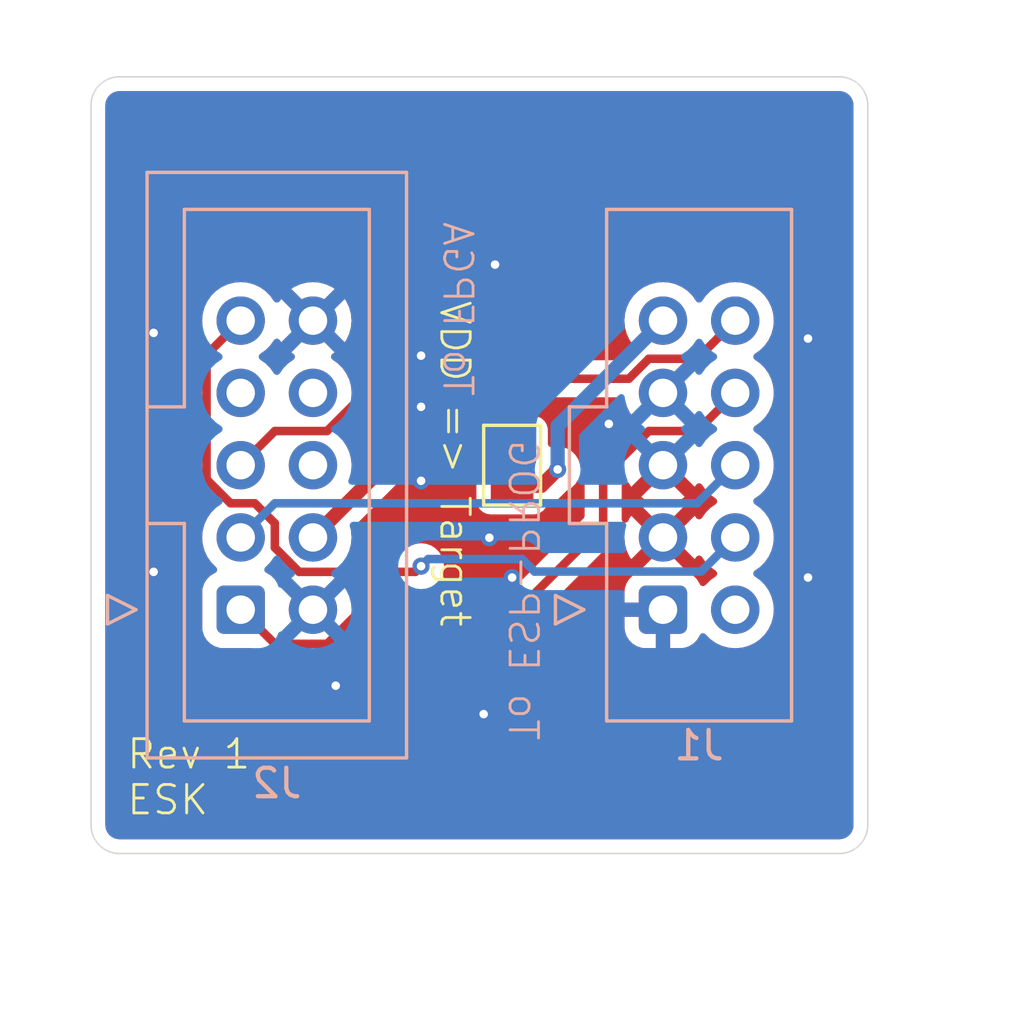
<source format=kicad_pcb>
(kicad_pcb (version 20221018) (generator pcbnew)
  (layers (0 "F.Cu" signal) (31 "B.Cu" signal) (34 "B.Paste" user) (35 "F.Paste" user) (36 "B.SilkS" user "B.Silkscreen") (37 "F.SilkS" user "F.Silkscreen") (38 "B.Mask" user) (39 "F.Mask" user) (44 "Edge.Cuts" user))
  (net 0 "")
  (net 1 "TMS")
  (net 2 "GND")
  (net 3 "TCK")
  (net 4 "TDO")
  (net 5 "TDI")
  (net 6 "VTGT")
  (net 7 "V_JTAG")
  (footprint "Jumper:SolderJumper-2_P1.3mm_Open_TrianglePad1.0x1.5mm" (layer "F.Cu") (at 159 55.85 -90)
    (fp_text reference "JP1" hide)
    (fp_text value "TGT_PWR")
    (fp_line (start -1.4 -1) (end 1.4 -1) (stroke (width 0.12)) (layer "F.SilkS"))
    (fp_line (start -1.4 1) (end -1.4 -1) (stroke (width 0.12)) (layer "F.SilkS"))
    (fp_line (start 1.4 -1) (end 1.4 1) (stroke (width 0.12)) (layer "F.SilkS"))
    (fp_line (start 1.4 1) (end -1.4 1) (stroke (width 0.12)) (layer "F.SilkS"))
    (pad "1" smd custom (at -0.725 0 270) (size 0.3 0.3) (layers "F.Cu" "F.Mask") (net 6 "VTGT") (options (clearance outline) (anchor rect)) (primitives (gr_poly (pts (xy 1 0) (xy 0.5 0.75) (xy -0.5 0.75) (xy -0.5 -0.75) (xy 0.5 -0.75)) (width 0) (fill yes))))
    (pad "2" smd custom (at 0.725 0 270) (size 0.3 0.3) (layers "F.Cu" "F.Mask") (net 7 "V_JTAG") (options (clearance outline) (anchor rect)) (primitives (gr_poly (pts (xy 0.5 0.75) (xy -0.65 0.75) (xy -0.15 0) (xy -0.65 -0.75) (xy 0.5 -0.75)) (width 0) (fill yes))))
  )
  (footprint "Connector_IDC:IDC-Header_2x05_P2.54mm_Vertical" (layer "B.Cu") (at 149.46 60.93)
    (fp_text reference "J2" (at 1.27 6.1) (layer "B.SilkS") (effects (justify mirror)))
    (fp_text value "X9555WV-2X05-6TV01")
    (fp_line (start -4.68 -0.5) (end -3.68 0) (stroke (width 0.12)) (layer "B.SilkS"))
    (fp_line (start -4.68 0.5) (end -4.68 -0.5) (stroke (width 0.12)) (layer "B.SilkS"))
    (fp_line (start -3.68 0) (end -4.68 0.5) (stroke (width 0.12)) (layer "B.SilkS"))
    (fp_line (start -3.29 -15.37) (end -3.29 5.21) (stroke (width 0.12)) (layer "B.SilkS"))
    (fp_line (start -3.29 -3.03) (end -1.98 -3.03) (stroke (width 0.12)) (layer "B.SilkS"))
    (fp_line (start -3.29 5.21) (end 5.83 5.21) (stroke (width 0.12)) (layer "B.SilkS"))
    (fp_line (start -1.98 -14.07) (end -1.98 -7.13) (stroke (width 0.12)) (layer "B.SilkS"))
    (fp_line (start -1.98 -7.13) (end -3.29 -7.13) (stroke (width 0.12)) (layer "B.SilkS"))
    (fp_line (start -1.98 -7.13) (end -1.98 -7.13) (stroke (width 0.12)) (layer "B.SilkS"))
    (fp_line (start -1.98 -3.03) (end -1.98 3.91) (stroke (width 0.12)) (layer "B.SilkS"))
    (fp_line (start -1.98 3.91) (end 4.52 3.91) (stroke (width 0.12)) (layer "B.SilkS"))
    (fp_line (start 4.52 -14.07) (end -1.98 -14.07) (stroke (width 0.12)) (layer "B.SilkS"))
    (fp_line (start 4.52 3.91) (end 4.52 -14.07) (stroke (width 0.12)) (layer "B.SilkS"))
    (fp_line (start 5.83 -15.37) (end -3.29 -15.37) (stroke (width 0.12)) (layer "B.SilkS"))
    (fp_line (start 5.83 5.21) (end 5.83 -15.37) (stroke (width 0.12)) (layer "B.SilkS"))
    (pad "1" thru_hole roundrect (at 0 0) (size 1.7 1.7) (drill 1) (layers "*.Cu" "*.Mask") (roundrect_rratio 0.1470588235) (net 3 "TCK"))
    (pad "2" thru_hole circle (at 2.54 0) (size 1.7 1.7) (drill 1) (layers "*.Cu" "*.Mask") (net 2 "GND"))
    (pad "3" thru_hole circle (at 0 -2.54) (size 1.7 1.7) (drill 1) (layers "*.Cu" "*.Mask") (net 4 "TDO"))
    (pad "4" thru_hole circle (at 2.54 -2.54) (size 1.7 1.7) (drill 1) (layers "*.Cu" "*.Mask") (net 6 "VTGT"))
    (pad "5" thru_hole circle (at 0 -5.08) (size 1.7 1.7) (drill 1) (layers "*.Cu" "*.Mask") (net 1 "TMS"))
    (pad "6" thru_hole circle (at 2.54 -5.08) (size 1.7 1.7) (drill 1) (layers "*.Cu" "*.Mask"))
    (pad "7" thru_hole circle (at 0 -7.62) (size 1.7 1.7) (drill 1) (layers "*.Cu" "*.Mask"))
    (pad "8" thru_hole circle (at 2.54 -7.62) (size 1.7 1.7) (drill 1) (layers "*.Cu" "*.Mask"))
    (pad "9" thru_hole circle (at 0 -10.16) (size 1.7 1.7) (drill 1) (layers "*.Cu" "*.Mask") (net 5 "TDI"))
    (pad "10" thru_hole circle (at 2.54 -10.16) (size 1.7 1.7) (drill 1) (layers "*.Cu" "*.Mask") (net 2 "GND"))
  )
  (footprint "Connector_IDC:IDC-Header_2x05_P2.54mm_Vertical" (layer "B.Cu") (at 164.3025 60.93)
    (fp_text reference "J1" (at 1.27 4.77) (layer "B.SilkS") (effects (justify mirror)))
    (fp_text value "SFH11-PBPC-D05-ST-BK")
    (fp_line (start -3.78 -0.5) (end -2.78 0) (stroke (width 0.12)) (layer "B.SilkS"))
    (fp_line (start -3.78 0.5) (end -3.78 -0.5) (stroke (width 0.12)) (layer "B.SilkS"))
    (fp_line (start -3.29 -3.03) (end -3.29 -7.13) (stroke (width 0.12)) (layer "B.SilkS"))
    (fp_line (start -3.29 -3.03) (end -1.98 -3.03) (stroke (width 0.12)) (layer "B.SilkS"))
    (fp_line (start -2.78 0) (end -3.78 0.5) (stroke (width 0.12)) (layer "B.SilkS"))
    (fp_line (start -1.98 -14.07) (end -1.98 -7.13) (stroke (width 0.12)) (layer "B.SilkS"))
    (fp_line (start -1.98 -7.13) (end -3.29 -7.13) (stroke (width 0.12)) (layer "B.SilkS"))
    (fp_line (start -1.98 -7.13) (end -1.98 -7.13) (stroke (width 0.12)) (layer "B.SilkS"))
    (fp_line (start -1.98 -3.03) (end -1.98 3.91) (stroke (width 0.12)) (layer "B.SilkS"))
    (fp_line (start -1.98 3.91) (end 4.52 3.91) (stroke (width 0.12)) (layer "B.SilkS"))
    (fp_line (start 4.52 -14.07) (end -1.98 -14.07) (stroke (width 0.12)) (layer "B.SilkS"))
    (fp_line (start 4.52 3.91) (end 4.52 -14.07) (stroke (width 0.12)) (layer "B.SilkS"))
    (pad "1" thru_hole roundrect locked (at 0 0) (size 1.7 1.7) (drill 1) (layers "*.Cu" "*.Mask") (roundrect_rratio 0.1470588235) (net 2 "GND"))
    (pad "2" thru_hole circle locked (at 2.54 0) (size 1.7 1.7) (drill 1) (layers "*.Cu" "*.Mask"))
    (pad "3" thru_hole circle locked (at 0 -2.54) (size 1.7 1.7) (drill 1) (layers "*.Cu" "*.Mask") (net 2 "GND"))
    (pad "4" thru_hole circle locked (at 2.54 -2.54) (size 1.7 1.7) (drill 1) (layers "*.Cu" "*.Mask") (net 5 "TDI"))
    (pad "5" thru_hole circle locked (at 0 -5.08) (size 1.7 1.7) (drill 1) (layers "*.Cu" "*.Mask") (net 2 "GND"))
    (pad "6" thru_hole circle locked (at 2.54 -5.08) (size 1.7 1.7) (drill 1) (layers "*.Cu" "*.Mask") (net 4 "TDO"))
    (pad "7" thru_hole circle locked (at 0 -7.62) (size 1.7 1.7) (drill 1) (layers "*.Cu" "*.Mask") (net 2 "GND"))
    (pad "8" thru_hole circle locked (at 2.54 -7.62) (size 1.7 1.7) (drill 1) (layers "*.Cu" "*.Mask") (net 3 "TCK"))
    (pad "9" thru_hole circle locked (at 0 -10.16) (size 1.7 1.7) (drill 1) (layers "*.Cu" "*.Mask") (net 7 "V_JTAG"))
    (pad "10" thru_hole circle locked (at 2.54 -10.16) (size 1.7 1.7) (drill 1) (layers "*.Cu" "*.Mask") (net 1 "TMS"))
  )
  (gr_arc (start 144.2 43.2) (mid 144.492893 42.492893) (end 145.2 42.2) (stroke (width 0.05)) (layer "Edge.Cuts"))
  (gr_line (start 170.5 69.5) (end 145.2 69.5) (stroke (width 0.05)) (layer "Edge.Cuts"))
  (gr_arc (start 170.5 42.2) (mid 171.207107 42.492893) (end 171.5 43.2) (stroke (width 0.05)) (layer "Edge.Cuts"))
  (gr_line (start 171.5 43.2) (end 171.5 68.5) (stroke (width 0.05)) (layer "Edge.Cuts"))
  (gr_line (start 145.2 42.2) (end 170.5 42.2) (stroke (width 0.05)) (layer "Edge.Cuts"))
  (gr_arc (start 145.2 69.5) (mid 144.492893 69.207107) (end 144.2 68.5) (stroke (width 0.05)) (layer "Edge.Cuts"))
  (gr_arc (start 171.5 68.5) (mid 171.207107 69.207107) (end 170.5 69.5) (stroke (width 0.05)) (layer "Edge.Cuts"))
  (gr_line (start 144.2 68.5) (end 144.2 43.2) (stroke (width 0.05)) (layer "Edge.Cuts"))
  (gr_text "To FPGA" (at 156.5 53.5 270) (layer "B.SilkS") (effects (font (size 1 1) (thickness 0.1)) (justify left bottom mirror)))
  (gr_text "To ESP-PROG" (at 158.8 65.6 -90) (layer "B.SilkS") (effects (font (size 1 1) (thickness 0.1)) (justify left bottom mirror)))
  (gr_text "Rev 1\nESK" (at 145.4 68.2) (layer "F.SilkS") (effects (font (size 1 1) (thickness 0.1)) (justify left bottom)))
  (gr_text "VDD => Target" (at 156.4 55.8 -90) (layer "F.SilkS") (effects (font (size 1 1) (thickness 0.1)) (justify bottom)))
  (segment (start 152.497057 54.65) (end 154.334114 52.812943) (width 0.3) (layer "F.Cu") (net 1))
  (segment (start 163.1025 52.812943) (end 163.805443 52.11) (width 0.3) (layer "F.Cu") (net 1))
  (segment (start 165.5025 52.11) (end 166.8425 50.77) (width 0.3) (layer "F.Cu") (net 1))
  (segment (start 163.805443 52.11) (end 165.5025 52.11) (width 0.3) (layer "F.Cu") (net 1))
  (segment (start 149.46 55.85) (end 150.66 54.65) (width 0.3) (layer "F.Cu") (net 1))
  (segment (start 154.334114 52.812943) (end 163.1025 52.812943) (width 0.3) (layer "F.Cu") (net 1))
  (segment (start 150.66 54.65) (end 152.497057 54.65) (width 0.3) (layer "F.Cu") (net 1))
  (via (at 146.4 59.6) (size 0.6) (drill 0.3) (layers "F.Cu" "B.Cu") (net 2))
  (via (at 155.8 53.8) (size 0.6) (drill 0.3) (layers "F.Cu" "B.Cu") (net 2))
  (via (at 159 59.8) (size 0.6) (drill 0.3) (layers "F.Cu" "B.Cu") (net 2))
  (via (at 158.4 48.8) (size 0.6) (drill 0.3) (layers "F.Cu" "B.Cu") (net 2))
  (via (at 158.2 58.4) (size 0.6) (drill 0.3) (layers "F.Cu" "B.Cu") (net 2))
  (via (at 158 64.6) (size 0.6) (drill 0.3) (layers "F.Cu" "B.Cu") (net 2))
  (via (at 169.4 51.4) (size 0.6) (drill 0.3) (layers "F.Cu" "B.Cu") (net 2))
  (via (at 155.8 52) (size 0.6) (drill 0.3) (layers "F.Cu" "B.Cu") (net 2))
  (via (at 146.4 51.2) (size 0.6) (drill 0.3) (layers "F.Cu" "B.Cu") (net 2))
  (via (at 155.8 56.4) (size 0.6) (drill 0.3) (layers "F.Cu" "B.Cu") (net 2))
  (via (at 162.4 54.4) (size 0.6) (drill 0.3) (layers "F.Cu" "B.Cu") (net 2))
  (via (at 169.4 59.8) (size 0.6) (drill 0.3) (layers "F.Cu" "B.Cu") (net 2))
  (via (at 152.8 63.6) (size 0.6) (drill 0.3) (layers "F.Cu" "B.Cu") (net 2))
  (segment (start 159.2225 60.93) (end 162.2 57.9525) (width 0.3) (layer "F.Cu") (net 3))
  (segment (start 165.5025 54.65) (end 166.8425 53.31) (width 0.3) (layer "F.Cu") (net 3))
  (segment (start 162.2 56.255443) (end 163.805443 54.65) (width 0.3) (layer "F.Cu") (net 3))
  (segment (start 162.2 57.9525) (end 162.2 56.255443) (width 0.3) (layer "F.Cu") (net 3))
  (segment (start 163.805443 54.65) (end 165.5025 54.65) (width 0.3) (layer "F.Cu") (net 3))
  (segment (start 153.697057 60.93) (end 159.2225 60.93) (width 0.3) (layer "F.Cu") (net 3))
  (segment (start 149.46 60.93) (end 150.66 62.13) (width 0.3) (layer "F.Cu") (net 3))
  (segment (start 150.66 62.13) (end 152.497057 62.13) (width 0.3) (layer "F.Cu") (net 3))
  (segment (start 152.497057 62.13) (end 153.697057 60.93) (width 0.3) (layer "F.Cu") (net 3))
  (segment (start 165.5025 57.19) (end 166.8425 55.85) (width 0.3) (layer "B.Cu") (net 4))
  (segment (start 150.66 57.19) (end 165.5025 57.19) (width 0.3) (layer "B.Cu") (net 4))
  (segment (start 149.46 58.39) (end 150.66 57.19) (width 0.3) (layer "B.Cu") (net 4))
  (segment (start 148.26 51.97) (end 149.46 50.77) (width 0.3) (layer "F.Cu") (net 5))
  (segment (start 155.8 59.4) (end 155.6 59.6) (width 0.3) (layer "F.Cu") (net 5))
  (segment (start 151.512943 59.6) (end 150.66 58.747057) (width 0.3) (layer "F.Cu") (net 5))
  (segment (start 149.957057 57.19) (end 149.102943 57.19) (width 0.3) (layer "F.Cu") (net 5))
  (segment (start 155.6 59.6) (end 151.512943 59.6) (width 0.3) (layer "F.Cu") (net 5))
  (segment (start 149.102943 57.19) (end 148.26 56.347057) (width 0.3) (layer "F.Cu") (net 5))
  (segment (start 150.66 58.747057) (end 150.66 57.892943) (width 0.3) (layer "F.Cu") (net 5))
  (segment (start 150.66 57.892943) (end 149.957057 57.19) (width 0.3) (layer "F.Cu") (net 5))
  (segment (start 148.26 56.347057) (end 148.26 51.97) (width 0.3) (layer "F.Cu") (net 5))
  (via (at 155.8 59.4) (size 0.6) (drill 0.3) (layers "F.Cu" "B.Cu") (net 5))
  (segment (start 159.35 59.15) (end 159.79 59.59) (width 0.3) (layer "B.Cu") (net 5))
  (segment (start 165.6425 59.59) (end 166.8425 58.39) (width 0.3) (layer "B.Cu") (net 5))
  (segment (start 156.05 59.15) (end 159.35 59.15) (width 0.3) (layer "B.Cu") (net 5))
  (segment (start 155.8 59.4) (end 156.05 59.15) (width 0.3) (layer "B.Cu") (net 5))
  (segment (start 159.79 59.59) (end 165.6425 59.59) (width 0.3) (layer "B.Cu") (net 5))
  (segment (start 155.265 55.125) (end 159 55.125) (width 0.5) (layer "F.Cu") (net 6))
  (segment (start 152 58.39) (end 155.265 55.125) (width 0.5) (layer "F.Cu") (net 6))
  (segment (start 159 56.575) (end 160.025 56.575) (width 0.5) (layer "F.Cu") (net 7))
  (segment (start 160.025 56.575) (end 160.6 56) (width 0.5) (layer "F.Cu") (net 7))
  (via (at 160.6 56) (size 0.6) (drill 0.3) (layers "F.Cu" "B.Cu") (net 7))
  (segment (start 160.6 54.4725) (end 164.3025 50.77) (width 0.5) (layer "B.Cu") (net 7))
  (segment (start 160.6 56) (end 160.6 54.4725) (width 0.5) (layer "B.Cu") (net 7))
  (zone (net 2) (net_name "GND") (layers "F&B.Cu") (connect_pads (clearance 0.5)) (min_thickness 0.25) (fill yes (thermal_gap 0.5) (thermal_bridge_width 0.5))
    (polygon (pts (xy 175 39.5) (xy 141 39.5) (xy 141 73.5) (xy 143 75.5) (xy 176 75.5) (xy 177 74.5) (xy 177 41.5)))
  )
)
</source>
